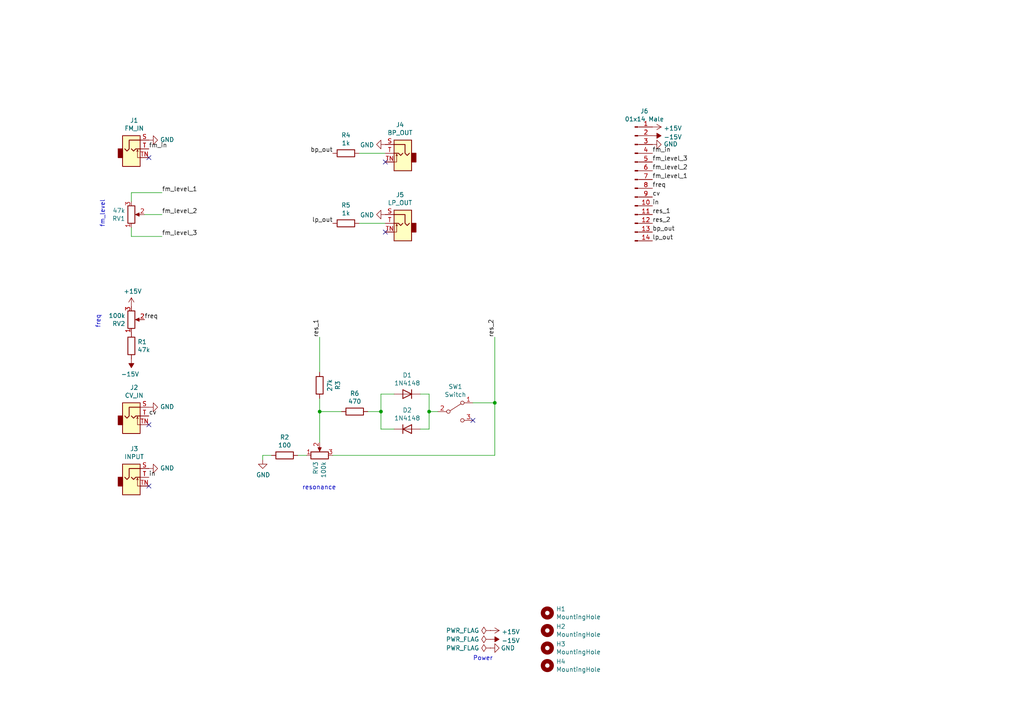
<source format=kicad_sch>
(kicad_sch (version 20230121) (generator eeschema)
  (paper "A4")
  (title_block (title "ПОЛИВОКС") (date "2020-06-01") (rev "01") (comment 1 "schema for mount circuit") (comment 2 "polivoks LM4250 VCF") (comment 4 "License CC BY 4.0 - Attribution 4.0 International"))
  (lib_symbols
    (symbol "Connector:Conn_01x14_Pin" (pin_names (offset 1.016) hide)
      (property "Reference" "J" (at 0 17.78 0))
      (property "Value" "Conn_01x14_Pin" (at 0 -20.32 0))
      (symbol "Conn_01x14_Pin_1_1"
        (polyline (pts (xy 1.27 -17.78) (xy 0.8636 -17.78)) (stroke (width 0.1524)))
        (polyline (pts (xy 1.27 -15.24) (xy 0.8636 -15.24)) (stroke (width 0.1524)))
        (polyline (pts (xy 1.27 -12.7) (xy 0.8636 -12.7)) (stroke (width 0.1524)))
        (polyline (pts (xy 1.27 -10.16) (xy 0.8636 -10.16)) (stroke (width 0.1524)))
        (polyline (pts (xy 1.27 -7.62) (xy 0.8636 -7.62)) (stroke (width 0.1524)))
        (polyline (pts (xy 1.27 -5.08) (xy 0.8636 -5.08)) (stroke (width 0.1524)))
        (polyline (pts (xy 1.27 -2.54) (xy 0.8636 -2.54)) (stroke (width 0.1524)))
        (polyline (pts (xy 1.27 0) (xy 0.8636 0)) (stroke (width 0.1524)))
        (polyline (pts (xy 1.27 2.54) (xy 0.8636 2.54)) (stroke (width 0.1524)))
        (polyline (pts (xy 1.27 5.08) (xy 0.8636 5.08)) (stroke (width 0.1524)))
        (polyline (pts (xy 1.27 7.62) (xy 0.8636 7.62)) (stroke (width 0.1524)))
        (polyline (pts (xy 1.27 10.16) (xy 0.8636 10.16)) (stroke (width 0.1524)))
        (polyline (pts (xy 1.27 12.7) (xy 0.8636 12.7)) (stroke (width 0.1524)))
        (polyline (pts (xy 1.27 15.24) (xy 0.8636 15.24)) (stroke (width 0.1524)))
        (rectangle (start 0.8636 -17.653) (end 0 -17.907) (stroke (width 0.1524)) (fill (type outline)))
        (rectangle (start 0.8636 -15.113) (end 0 -15.367) (stroke (width 0.1524)) (fill (type outline)))
        (rectangle (start 0.8636 -12.573) (end 0 -12.827) (stroke (width 0.1524)) (fill (type outline)))
        (rectangle (start 0.8636 -10.033) (end 0 -10.287) (stroke (width 0.1524)) (fill (type outline)))
        (rectangle (start 0.8636 -7.493) (end 0 -7.747) (stroke (width 0.1524)) (fill (type outline)))
        (rectangle (start 0.8636 -4.953) (end 0 -5.207) (stroke (width 0.1524)) (fill (type outline)))
        (rectangle (start 0.8636 -2.413) (end 0 -2.667) (stroke (width 0.1524)) (fill (type outline)))
        (rectangle (start 0.8636 0.127) (end 0 -0.127) (stroke (width 0.1524)) (fill (type outline)))
        (rectangle (start 0.8636 2.667) (end 0 2.413) (stroke (width 0.1524)) (fill (type outline)))
        (rectangle (start 0.8636 5.207) (end 0 4.953) (stroke (width 0.1524)) (fill (type outline)))
        (rectangle (start 0.8636 7.747) (end 0 7.493) (stroke (width 0.1524)) (fill (type outline)))
        (rectangle (start 0.8636 10.287) (end 0 10.033) (stroke (width 0.1524)) (fill (type outline)))
        (rectangle (start 0.8636 12.827) (end 0 12.573) (stroke (width 0.1524)) (fill (type outline)))
        (rectangle (start 0.8636 15.367) (end 0 15.113) (stroke (width 0.1524)) (fill (type outline)))
        (pin passive line (at 5.08 15.24 180) (length 3.81) (name "Pin_1") (number "1"))
        (pin passive line (at 5.08 -7.62 180) (length 3.81) (name "Pin_10") (number "10"))
        (pin passive line (at 5.08 -10.16 180) (length 3.81) (name "Pin_11") (number "11"))
        (pin passive line (at 5.08 -12.7 180) (length 3.81) (name "Pin_12") (number "12"))
        (pin passive line (at 5.08 -15.24 180) (length 3.81) (name "Pin_13") (number "13"))
        (pin passive line (at 5.08 -17.78 180) (length 3.81) (name "Pin_14") (number "14"))
        (pin passive line (at 5.08 12.7 180) (length 3.81) (name "Pin_2") (number "2"))
        (pin passive line (at 5.08 10.16 180) (length 3.81) (name "Pin_3") (number "3"))
        (pin passive line (at 5.08 7.62 180) (length 3.81) (name "Pin_4") (number "4"))
        (pin passive line (at 5.08 5.08 180) (length 3.81) (name "Pin_5") (number "5"))
        (pin passive line (at 5.08 2.54 180) (length 3.81) (name "Pin_6") (number "6"))
        (pin passive line (at 5.08 0 180) (length 3.81) (name "Pin_7") (number "7"))
        (pin passive line (at 5.08 -2.54 180) (length 3.81) (name "Pin_8") (number "8"))
        (pin passive line (at 5.08 -5.08 180) (length 3.81) (name "Pin_9") (number "9"))
      )
    )
    (symbol "Connector_Audio:AudioJack2_SwitchT"
      (property "Reference" "J" (at 0 8.89 0))
      (property "Value" "AudioJack2_SwitchT" (at 0 6.35 0))
      (symbol "AudioJack2_SwitchT_0_1"
        (rectangle (start -2.54 0) (end -3.81 -2.54) (stroke (width 0.254)) (fill (type outline)))
        (polyline (pts (xy 1.778 -0.254) (xy 2.032 -0.762)))
        (polyline (pts (xy 0 0) (xy 0.635 -0.635) (xy 1.27 0) (xy 2.54 0)) (stroke (width 0.254)))
        (polyline (pts (xy 2.54 -2.54) (xy 1.778 -2.54) (xy 1.778 -0.254) (xy 1.524 -0.762)))
        (polyline (pts (xy 2.54 2.54) (xy -0.635 2.54) (xy -0.635 0) (xy -1.27 -0.635) (xy -1.905 0)) (stroke (width 0.254)))
        (rectangle (start 2.54 3.81) (end -2.54 -5.08) (stroke (width 0.254)) (fill (type background)))
      )
      (symbol "AudioJack2_SwitchT_1_1"
        (pin passive line (at 5.08 2.54 180) (length 2.54) (name "~") (number "S"))
        (pin passive line (at 5.08 0 180) (length 2.54) (name "~") (number "T"))
        (pin passive line (at 5.08 -2.54 180) (length 2.54) (name "~") (number "TN"))
      )
    )
    (symbol "Device:R" (pin_numbers hide) (pin_names (offset 0))
      (property "Reference" "R" (at 2.032 0 90))
      (property "Value" "R" (at 0 0 90))
      (symbol "R_0_1"
        (rectangle (start -1.016 -2.54) (end 1.016 2.54) (stroke (width 0.254)))
      )
      (symbol "R_1_1"
        (pin passive line (at 0 3.81 270) (length 1.27) (name "~") (number "1"))
        (pin passive line (at 0 -3.81 90) (length 1.27) (name "~") (number "2"))
      )
    )
    (symbol "Device:R_Potentiometer" (pin_names (offset 1.016) hide)
      (property "Reference" "RV" (at -4.445 0 90))
      (property "Value" "R_Potentiometer" (at -2.54 0 90))
      (symbol "R_Potentiometer_0_1"
        (polyline (pts (xy 2.54 0) (xy 1.524 0)))
        (polyline (pts (xy 1.143 0) (xy 2.286 0.508) (xy 2.286 -0.508) (xy 1.143 0)) (fill (type outline)))
        (rectangle (start 1.016 2.54) (end -1.016 -2.54) (stroke (width 0.254)))
      )
      (symbol "R_Potentiometer_1_1"
        (pin passive line (at 0 3.81 270) (length 1.27) (name "1") (number "1"))
        (pin passive line (at 3.81 0 180) (length 1.27) (name "2") (number "2"))
        (pin passive line (at 0 -3.81 90) (length 1.27) (name "3") (number "3"))
      )
    )
    (symbol "Diode:1N4148" (pin_numbers hide) (pin_names hide)
      (property "Reference" "D" (at 0 2.54 0))
      (property "Value" "1N4148" (at 0 -2.54 0))
      (symbol "1N4148_0_1"
        (polyline (pts (xy -1.27 1.27) (xy -1.27 -1.27)) (stroke (width 0.254)))
        (polyline (pts (xy 1.27 0) (xy -1.27 0)))
        (polyline (pts (xy 1.27 1.27) (xy 1.27 -1.27) (xy -1.27 0) (xy 1.27 1.27)) (stroke (width 0.254)))
      )
      (symbol "1N4148_1_1"
        (pin passive line (at -3.81 0 0) (length 2.54) (name "K") (number "1"))
        (pin passive line (at 3.81 0 180) (length 2.54) (name "A") (number "2"))
      )
    )
    (symbol "Mechanical:MountingHole" (pin_names (offset 1.016))
      (property "Reference" "H" (at 0 5.08 0))
      (property "Value" "MountingHole" (at 0 3.175 0))
      (symbol "MountingHole_0_1"
        (circle (center 0 0) (radius 1.27) (stroke (width 1.27)))
      )
    )
    (symbol "Switch:SW_SPDT" (pin_names (offset 0) hide)
      (property "Reference" "SW" (at 0 4.318 0))
      (property "Value" "SW_SPDT" (at 0 -5.08 0))
      (symbol "SW_SPDT_0_0"
        (circle (center -2.032 0) (radius 0.508))
        (circle (center 2.032 -2.54) (radius 0.508))
      )
      (symbol "SW_SPDT_0_1"
        (polyline (pts (xy -1.524 0.254) (xy 1.651 2.286)))
        (circle (center 2.032 2.54) (radius 0.508))
      )
      (symbol "SW_SPDT_1_1"
        (pin passive line (at 5.08 2.54 180) (length 2.54) (name "A") (number "1"))
        (pin passive line (at -5.08 0 0) (length 2.54) (name "B") (number "2"))
        (pin passive line (at 5.08 -2.54 180) (length 2.54) (name "C") (number "3"))
      )
    )
    (symbol "power:+15V" (power) (pin_names (offset 0))
      (property "Value" "+15V" (at 0 3.556 0))
      (symbol "+15V_0_1"
        (polyline (pts (xy -0.762 1.27) (xy 0 2.54)))
        (polyline (pts (xy 0 0) (xy 0 2.54)))
        (polyline (pts (xy 0 2.54) (xy 0.762 1.27)))
      )
      (symbol "+15V_1_1"
        (pin power_in line (at 0 0 90) (length 0) hide (name "+15V") (number "1"))
      )
    )
    (symbol "power:-15V" (power) (pin_names (offset 0))
      (property "Value" "-15V" (at 0 3.81 0))
      (symbol "-15V_0_0"
        (pin power_in line (at 0 0 90) (length 0) hide (name "-15V") (number "1"))
      )
      (symbol "-15V_0_1"
        (polyline (pts (xy 0 0) (xy 0 1.27) (xy 0.762 1.27) (xy 0 2.54) (xy -0.762 1.27) (xy 0 1.27)) (fill (type outline)))
      )
    )
    (symbol "power:GND" (power) (pin_names (offset 0))
      (property "Value" "GND" (at 0 -3.81 0))
      (symbol "GND_0_1"
        (polyline (pts (xy 0 0) (xy 0 -1.27) (xy 1.27 -1.27) (xy 0 -2.54) (xy -1.27 -1.27) (xy 0 -1.27)))
      )
      (symbol "GND_1_1"
        (pin power_in line (at 0 0 270) (length 0) hide (name "GND") (number "1"))
      )
    )
    (symbol "power:PWR_FLAG" (power) (pin_numbers hide) (pin_names (offset 0) hide)
      (property "Value" "PWR_FLAG" (at 0 3.81 0))
      (symbol "PWR_FLAG_0_0"
        (pin power_out line (at 0 0 90) (length 0) (name "pwr") (number "1"))
      )
      (symbol "PWR_FLAG_0_1"
        (polyline (pts (xy 0 0) (xy 0 1.27) (xy -1.016 1.905) (xy 0 2.54) (xy 1.016 1.905) (xy 0 1.27)))
      )
    )
  )
  (junction (at 110.49 119.38))
  (junction (at 143.51 116.84))
  (junction (at 124.46 119.38))
  (junction (at 92.71 119.38))
  (no_connect (at 43.18 45.72))
  (no_connect (at 137.16 121.92))
  (no_connect (at 43.18 123.19))
  (no_connect (at 111.76 46.99))
  (no_connect (at 43.18 140.97))
  (no_connect (at 111.76 67.31))
  (wire (pts (xy 88.9 132.08) (xy 86.36 132.08)))
  (wire (pts (xy 92.71 115.57) (xy 92.71 119.38)))
  (wire (pts (xy 124.46 114.3) (xy 124.46 119.38)))
  (wire (pts (xy 127 119.38) (xy 124.46 119.38)))
  (wire (pts (xy 143.51 132.08) (xy 143.51 116.84)))
  (wire (pts (xy 76.2 132.08) (xy 76.2 133.35)))
  (wire (pts (xy 104.14 44.45) (xy 111.76 44.45)))
  (wire (pts (xy 114.3 124.46) (xy 110.49 124.46)))
  (wire (pts (xy 96.52 132.08) (xy 143.51 132.08)))
  (wire (pts (xy 78.74 132.08) (xy 76.2 132.08)))
  (wire (pts (xy 46.99 68.58) (xy 38.1 68.58)))
  (wire (pts (xy 137.16 116.84) (xy 143.51 116.84)))
  (wire (pts (xy 124.46 119.38) (xy 124.46 124.46)))
  (wire (pts (xy 143.51 97.79) (xy 143.51 116.84)))
  (wire (pts (xy 106.68 119.38) (xy 110.49 119.38)))
  (wire (pts (xy 114.3 114.3) (xy 110.49 114.3)))
  (wire (pts (xy 104.14 64.77) (xy 111.76 64.77)))
  (wire (pts (xy 38.1 68.58) (xy 38.1 66.04)))
  (wire (pts (xy 38.1 55.88) (xy 38.1 58.42)))
  (wire (pts (xy 124.46 124.46) (xy 121.92 124.46)))
  (wire (pts (xy 92.71 97.79) (xy 92.71 107.95)))
  (wire (pts (xy 92.71 128.27) (xy 92.71 119.38)))
  (wire (pts (xy 110.49 114.3) (xy 110.49 119.38)))
  (wire (pts (xy 41.91 62.23) (xy 46.99 62.23)))
  (wire (pts (xy 92.71 119.38) (xy 99.06 119.38)))
  (wire (pts (xy 46.99 55.88) (xy 38.1 55.88)))
  (wire (pts (xy 121.92 114.3) (xy 124.46 114.3)))
  (wire (pts (xy 110.49 124.46) (xy 110.49 119.38)))
  (text "fm_level" (at 30.48 66.04 90) (effects (font (size 1.27 1.27)) (justify left bottom)))
  (text "Power" (at 137.16 191.77 0) (effects (font (size 1.27 1.27)) (justify left bottom)))
  (text "freq" (at 29.21 95.25 90) (effects (font (size 1.27 1.27)) (justify left bottom)))
  (text "resonance" (at 87.63 142.24 0) (effects (font (size 1.27 1.27)) (justify left bottom)))
  (label "freq" (at 189.23 54.61 0))
  (label "in" (at 189.23 59.69 0))
  (label "fm_level_3" (at 189.23 46.99 0))
  (label "freq" (at 41.91 92.71 0))
  (label "in" (at 43.18 138.43 0))
  (label "res_1" (at 189.23 62.23 0))
  (label "res_2" (at 143.51 97.79 90))
  (label "res_1" (at 92.71 97.79 90))
  (label "res_2" (at 189.23 64.77 0))
  (label "fm_level_1" (at 46.99 55.88 0))
  (label "bp_out" (at 189.23 67.31 0))
  (label "fm_level_2" (at 189.23 49.53 0))
  (label "fm_level_2" (at 46.99 62.23 0))
  (label "cv" (at 43.18 120.65 0))
  (label "fm_level_3" (at 46.99 68.58 0))
  (label "fm_in" (at 189.23 44.45 0))
  (label "fm_level_1" (at 189.23 52.07 0))
  (label "fm_in" (at 43.18 43.18 0))
  (label "bp_out" (at 96.52 44.45 180))
  (label "cv" (at 189.23 57.15 0))
  (label "lp_out" (at 189.23 69.85 0))
  (label "lp_out" (at 96.52 64.77 180))
  (symbol (lib_id "power:+15V") (at 189.23 36.83 270) (unit 1)
    (property "Reference" "#PWR012" (effects hide))
    (property "Value" "+15V" (at 192.4812 37.211 90) (effects (justify left)))
  )
  (symbol (lib_id "power:-15V") (at 189.23 39.37 270) (unit 1)
    (property "Reference" "#PWR013" (effects hide))
    (property "Value" "-15V" (at 192.4812 39.751 90) (effects (justify left)))
  )
  (symbol (lib_id "power:GND") (at 189.23 41.91 90) (unit 1)
    (property "Reference" "#PWR014" (effects hide))
    (property "Value" "GND" (at 192.4812 41.783 90) (effects (justify right)))
  )
  (symbol (lib_id "Mechanical:MountingHole") (at 158.75 177.8 0) (unit 1)
    (property "Reference" "H1" (at 161.29 176.6316 0) (effects (justify left)))
    (property "Value" "MountingHole" (at 161.29 178.943 0) (effects (justify left)))
    (property "Footprint" "MountingHole:MountingHole_2.2mm_M2" (effects hide))
  )
  (symbol (lib_id "Mechanical:MountingHole") (at 158.75 182.88 0) (unit 1)
    (property "Reference" "H2" (at 161.29 181.7116 0) (effects (justify left)))
    (property "Value" "MountingHole" (at 161.29 184.023 0) (effects (justify left)))
    (property "Footprint" "MountingHole:MountingHole_2.2mm_M2" (effects hide))
  )
  (symbol (lib_id "Mechanical:MountingHole") (at 158.75 187.96 0) (unit 1)
    (property "Reference" "H3" (at 161.29 186.7916 0) (effects (justify left)))
    (property "Value" "MountingHole" (at 161.29 189.103 0) (effects (justify left)))
    (property "Footprint" "MountingHole:MountingHole_2.2mm_M2" (effects hide))
  )
  (symbol (lib_id "Mechanical:MountingHole") (at 158.75 193.04 0) (unit 1)
    (property "Reference" "H4" (at 161.29 191.8716 0) (effects (justify left)))
    (property "Value" "MountingHole" (at 161.29 194.183 0) (effects (justify left)))
    (property "Footprint" "MountingHole:MountingHole_2.2mm_M2" (effects hide))
  )
  (symbol (lib_id "power:PWR_FLAG") (at 142.24 182.88 90) (unit 1)
    (property "Reference" "#FLG01" (effects hide))
    (property "Value" "PWR_FLAG" (at 138.9888 182.88 90) (effects (justify left)))
  )
  (symbol (lib_id "power:+15V") (at 142.24 182.88 270) (unit 1)
    (property "Reference" "#PWR09" (effects hide))
    (property "Value" "+15V" (at 145.4912 183.261 90) (effects (justify left)))
  )
  (symbol (lib_id "power:-15V") (at 142.24 185.42 270) (unit 1)
    (property "Reference" "#PWR010" (effects hide))
    (property "Value" "-15V" (at 145.4912 185.801 90) (effects (justify left)))
  )
  (symbol (lib_id "power:GND") (at 142.24 187.96 90) (unit 1)
    (property "Reference" "#PWR011" (effects hide))
    (property "Value" "GND" (at 147.32 187.96 90))
  )
  (symbol (lib_id "power:PWR_FLAG") (at 142.24 185.42 90) (unit 1)
    (property "Reference" "#FLG02" (effects hide))
    (property "Value" "PWR_FLAG" (at 138.9888 185.42 90) (effects (justify left)))
  )
  (symbol (lib_id "power:PWR_FLAG") (at 142.24 187.96 90) (unit 1)
    (property "Reference" "#FLG03" (effects hide))
    (property "Value" "PWR_FLAG" (at 138.9888 187.96 90) (effects (justify left)))
  )
  (symbol (lib_id "Connector_Audio:AudioJack2_SwitchT") (at 38.1 43.18 0) (unit 1)
    (property "Reference" "J1" (at 38.9128 34.925 0))
    (property "Value" "FM_IN" (at 38.9128 37.2364 0))
    (property "Footprint" "elektrophon:Jack_3.5mm_WQP-PJ398SM_Vertical" (effects hide))
  )
  (symbol (lib_id "power:GND") (at 43.18 40.64 90) (unit 1)
    (property "Reference" "#PWR03" (effects hide))
    (property "Value" "GND" (at 46.4312 40.513 90) (effects (justify right)))
  )
  (symbol (lib_id "Device:R_Potentiometer") (at 38.1 62.23 0) (mirror x) (unit 1)
    (property "Reference" "RV1" (at 36.322 63.3984 0) (effects (justify right)))
    (property "Value" "47k" (at 36.322 61.087 0) (effects (justify right)))
    (property "Footprint" "elektrophon:Potentiometer_Alpha_RD901F-40-00D_Single_Vertical" (effects hide))
  )
  (symbol (lib_id "Connector_Audio:AudioJack2_SwitchT") (at 38.1 120.65 0) (unit 1)
    (property "Reference" "J2" (at 38.9128 112.395 0))
    (property "Value" "CV_IN" (at 38.9128 114.7064 0))
    (property "Footprint" "elektrophon:Jack_3.5mm_WQP-PJ398SM_Vertical" (effects hide))
  )
  (symbol (lib_id "power:GND") (at 43.18 118.11 90) (unit 1)
    (property "Reference" "#PWR04" (effects hide))
    (property "Value" "GND" (at 46.4312 117.983 90) (effects (justify right)))
  )
  (symbol (lib_id "Connector_Audio:AudioJack2_SwitchT") (at 38.1 138.43 0) (unit 1)
    (property "Reference" "J3" (at 38.9128 130.175 0))
    (property "Value" "INPUT" (at 38.9128 132.4864 0))
    (property "Footprint" "elektrophon:Jack_3.5mm_WQP-PJ398SM_Vertical" (effects hide))
  )
  (symbol (lib_id "power:GND") (at 43.18 135.89 90) (unit 1)
    (property "Reference" "#PWR05" (effects hide))
    (property "Value" "GND" (at 46.4312 135.763 90) (effects (justify right)))
  )
  (symbol (lib_id "Device:R_Potentiometer") (at 92.71 132.08 90) (unit 1)
    (property "Reference" "RV3" (at 91.5416 133.8326 0) (effects (justify right)))
    (property "Value" "100k" (at 93.853 133.8326 0) (effects (justify right)))
    (property "Footprint" "elektrophon:Potentiometer_Alpha_RD901F-40-00D_Single_Vertical" (effects hide))
  )
  (symbol (lib_id "Device:R") (at 100.33 64.77 90) (unit 1)
    (property "Reference" "R5" (at 100.33 59.5122 90))
    (property "Value" "1k" (at 100.33 61.8236 90))
    (property "Footprint" "Resistor_THT:R_Axial_DIN0207_L6.3mm_D2.5mm_P10.16mm_Horizontal" (effects hide))
  )
  (symbol (lib_id "Connector_Audio:AudioJack2_SwitchT") (at 116.84 64.77 0) (mirror y) (unit 1)
    (property "Reference" "J5" (at 116.0272 56.515 0))
    (property "Value" "LP_OUT" (at 116.0272 58.8264 0))
    (property "Footprint" "elektrophon:Jack_3.5mm_WQP-PJ398SM_Vertical" (effects hide))
  )
  (symbol (lib_id "power:GND") (at 111.76 62.23 270) (unit 1)
    (property "Reference" "#PWR08" (effects hide))
    (property "Value" "GND" (at 108.5088 62.357 90) (effects (justify right)))
  )
  (symbol (lib_id "Diode:1N4148") (at 118.11 124.46 0) (unit 1)
    (property "Reference" "D2" (at 118.11 118.9736 0))
    (property "Value" "1N4148" (at 118.11 121.285 0))
    (property "Footprint" "Diode_THT:D_DO-35_SOD27_P7.62mm_Horizontal" (effects hide))
    (property "Datasheet" "https://assets.nexperia.com/documents/data-sheet/1N4148_1N4448.pdf" (effects hide))
  )
  (symbol (lib_id "Connector:Conn_01x14_Pin") (at 184.15 52.07 0) (unit 1)
    (property "Reference" "J6" (at 186.8932 32.2326 0))
    (property "Value" "01x14 Male" (at 186.8932 34.544 0))
    (property "Footprint" "Connector_PinHeader_2.54mm:PinHeader_1x14_P2.54mm_Vertical" (effects hide))
  )
  (symbol (lib_id "Diode:1N4148") (at 118.11 114.3 180) (unit 1)
    (property "Reference" "D1" (at 118.11 108.8136 0))
    (property "Value" "1N4148" (at 118.11 111.125 0))
    (property "Footprint" "Diode_THT:D_DO-35_SOD27_P7.62mm_Horizontal" (effects hide))
    (property "Datasheet" "https://assets.nexperia.com/documents/data-sheet/1N4148_1N4448.pdf" (effects hide))
  )
  (symbol (lib_id "Switch:SW_SPDT") (at 132.08 119.38 0) (unit 1)
    (property "Reference" "SW1" (at 132.08 112.141 0))
    (property "Value" "Switch" (at 132.08 114.4524 0))
    (property "Footprint" "elektrophon:SPDT_KIT" (effects hide))
  )
  (symbol (lib_id "Device:R") (at 82.55 132.08 90) (unit 1)
    (property "Reference" "R2" (at 82.55 126.8222 90))
    (property "Value" "100" (at 82.55 129.1336 90))
    (property "Footprint" "Resistor_THT:R_Axial_DIN0207_L6.3mm_D2.5mm_P10.16mm_Horizontal" (effects hide))
  )
  (symbol (lib_id "power:GND") (at 76.2 133.35 0) (unit 1)
    (property "Reference" "#PWR06" (effects hide))
    (property "Value" "GND" (at 76.327 137.7442 0))
  )
  (symbol (lib_id "Device:R") (at 102.87 119.38 90) (unit 1)
    (property "Reference" "R6" (at 102.87 114.1222 90))
    (property "Value" "470" (at 102.87 116.4336 90))
    (property "Footprint" "Resistor_THT:R_Axial_DIN0207_L6.3mm_D2.5mm_P10.16mm_Horizontal" (effects hide))
  )
  (symbol (lib_id "Device:R") (at 92.71 111.76 0) (unit 1)
    (property "Reference" "R3" (at 97.9678 111.76 90))
    (property "Value" "27k" (at 95.6564 111.76 90))
    (property "Footprint" "Resistor_THT:R_Axial_DIN0207_L6.3mm_D2.5mm_P10.16mm_Horizontal" (effects hide))
  )
  (symbol (lib_id "Device:R_Potentiometer") (at 38.1 92.71 0) (mirror x) (unit 1)
    (property "Reference" "RV2" (at 36.3474 93.8784 0) (effects (justify right)))
    (property "Value" "100k" (at 36.3474 91.567 0) (effects (justify right)))
    (property "Footprint" "elektrophon:Potentiometer_Alpha_RD901F-40-00D_Single_Vertical" (effects hide))
  )
  (symbol (lib_id "Device:R") (at 38.1 100.33 180) (unit 1)
    (property "Reference" "R1" (at 39.878 99.1616 0) (effects (justify right)))
    (property "Value" "47k" (at 39.878 101.473 0) (effects (justify right)))
    (property "Footprint" "Resistor_THT:R_Axial_DIN0207_L6.3mm_D2.5mm_P10.16mm_Horizontal" (effects hide))
  )
  (symbol (lib_id "power:-15V") (at 38.1 104.14 180) (unit 1)
    (property "Reference" "#PWR02" (effects hide))
    (property "Value" "-15V" (at 37.719 108.5342 0))
  )
  (symbol (lib_id "power:+15V") (at 38.1 88.9 0) (unit 1)
    (property "Reference" "#PWR01" (effects hide))
    (property "Value" "+15V" (at 38.481 84.5058 0))
  )
  (symbol (lib_id "Device:R") (at 100.33 44.45 90) (unit 1)
    (property "Reference" "R4" (at 100.33 39.1922 90))
    (property "Value" "1k" (at 100.33 41.5036 90))
    (property "Footprint" "Resistor_THT:R_Axial_DIN0207_L6.3mm_D2.5mm_P10.16mm_Horizontal" (effects hide))
  )
  (symbol (lib_id "Connector_Audio:AudioJack2_SwitchT") (at 116.84 44.45 0) (mirror y) (unit 1)
    (property "Reference" "J4" (at 116.0272 36.195 0))
    (property "Value" "BP_OUT" (at 116.0272 38.5064 0))
    (property "Footprint" "elektrophon:Jack_3.5mm_WQP-PJ398SM_Vertical" (effects hide))
  )
  (symbol (lib_id "power:GND") (at 111.76 41.91 270) (unit 1)
    (property "Reference" "#PWR07" (effects hide))
    (property "Value" "GND" (at 108.5088 42.037 90) (effects (justify right)))
  )
)
</source>
